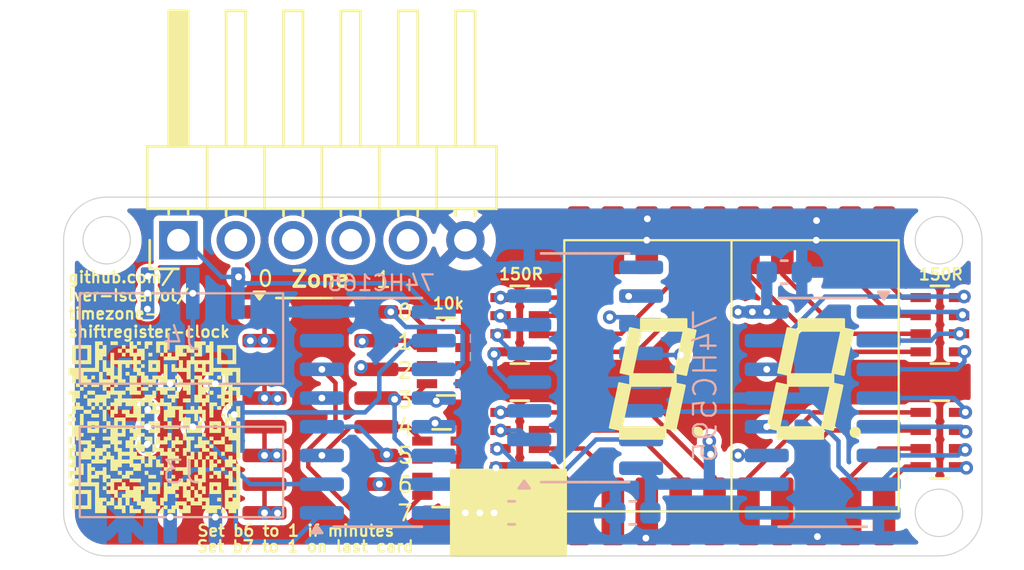
<source format=kicad_pcb>
(kicad_pcb (version 20241229) (generator "pcbnew") (generator_version "9.0")
  (layers (0 "F.Cu" signal) (4 "In1.Cu" signal) (6 "In2.Cu" signal) (2 "B.Cu" signal) (13 "F.Paste" user) (15 "B.Paste" user) (5 "F.SilkS" user "F.Silkscreen") (7 "B.SilkS" user "B.Silkscreen") (1 "F.Mask" user) (3 "B.Mask" user) (25 "Edge.Cuts" user))
  (net 0 "")
  (net 1 "VCC")
  (net 2 "GND")
  (net 3 "Net-(RN1-R4.2)")
  (net 4 "Net-(RN2-R3.2)")
  (net 5 "Net-(RN2-R2.2)")
  (net 6 "Net-(RN2-R4.2)")
  (net 7 "Net-(RN2-R1.2)")
  (net 8 "SIPO in")
  (net 9 "PISO out")
  (net 10 "PISO in")
  (net 11 "SIPO out")
  (net 15 "Net-(RN6-R1.2)")
  (net 16 "Net-(RN6-R2.2)")
  (net 17 "Net-(RN6-R4.2)")
  (net 18 "Net-(RN6-R3.2)")
  (net 19 "Net-(RN5-R2.2)")
  (net 20 "Net-(RN5-R1.2)")
  (net 21 "Net-(RN3-R4.2)")
  (net 22 "Net-(RN3-R2.2)")
  (net 23 "Net-(RN5-R3.2)")
  (net 24 "Net-(RN3-R3.2)")
  (net 25 "Net-(RN5-R4.2)")
  (net 26 "Net-(RN3-R1.2)")
  (net 27 "Net-(RN3-R1.1)")
  (net 28 "Net-(RN3-R2.1)")
  (net 29 "Net-(RN3-R3.1)")
  (net 30 "Net-(RN3-R4.1)")
  (net 31 "Net-(RN6-R3.1)")
  (net 32 "Net-(RN6-R4.1)")
  (net 33 "Net-(RN6-R2.1)")
  (net 34 "Net-(RN6-R1.1)")
  (net 35 "Net-(RN4-R4.2)")
  (net 36 "Net-(RN4-R3.2)")
  (net 37 "Net-(RN4-R1.2)")
  (net 38 "Net-(RN4-R2.2)")
  (net 39 "Net-(RN4-R4.1)")
  (net 40 "Net-(RN4-R2.1)")
  (net 41 "Net-(RN4-R3.1)")
  (net 42 "Net-(RN5-R1.1)")
  (net 43 "Net-(RN5-R3.1)")
  (net 44 "Net-(RN5-R2.1)")
  (net 45 "Net-(RN5-R4.1)")
  (net 46 "Clock")
  (net 47 "Shift{slash}load")
  (net 48 "Net-(RN1-R2.2)")
  (net 49 "Net-(RN1-R1.2)")
  (net 50 "Net-(RN1-R3.2)")
  (footprint "Package_SO:SOIC-16_3.9x9.9mm_P1.27mm" (layer "F.Cu") (at 213.295 103.505)
    (property "Reference" "Zone" (at 0 -5.9 0) (layer "F.SilkS") (effects (font (size 0.7 0.7))))
    (property "Value" "SW_DIP_x08")
    (pad "1" smd roundrect (at -2.475 -4.445) (size 1.95 0.6) (layers "F.Cu" "F.Mask" "F.Paste") (net 1 "VCC"))
    (pad "2" smd roundrect (at -2.475 -3.175) (size 1.95 0.6) (layers "F.Cu" "F.Mask" "F.Paste") (net 1 "VCC"))
    (pad "3" smd roundrect (at -2.475 -1.905) (size 1.95 0.6) (layers "F.Cu" "F.Mask" "F.Paste") (net 1 "VCC"))
    (pad "4" smd roundrect (at -2.475 -0.635) (size 1.95 0.6) (layers "F.Cu" "F.Mask" "F.Paste") (net 1 "VCC"))
    (pad "5" smd roundrect (at -2.475 0.635) (size 1.95 0.6) (layers "F.Cu" "F.Mask" "F.Paste") (net 1 "VCC"))
    (pad "6" smd roundrect (at -2.475 1.905) (size 1.95 0.6) (layers "F.Cu" "F.Mask" "F.Paste") (net 1 "VCC"))
    (pad "7" smd roundrect (at -2.475 3.175) (size 1.95 0.6) (layers "F.Cu" "F.Mask" "F.Paste") (net 1 "VCC"))
    (pad "8" smd roundrect (at -2.475 4.445) (size 1.95 0.6) (layers "F.Cu" "F.Mask" "F.Paste") (net 1 "VCC"))
    (pad "9" smd roundrect (at 2.475 4.445) (size 1.95 0.6) (layers "F.Cu" "F.Mask" "F.Paste") (net 49 "Net-(RN1-R1.2)"))
    (pad "10" smd roundrect (at 2.475 3.175) (size 1.95 0.6) (layers "F.Cu" "F.Mask" "F.Paste") (net 48 "Net-(RN1-R2.2)"))
    (pad "11" smd roundrect (at 2.475 1.905) (size 1.95 0.6) (layers "F.Cu" "F.Mask" "F.Paste") (net 50 "Net-(RN1-R3.2)"))
    (pad "12" smd roundrect (at 2.475 0.635) (size 1.95 0.6) (layers "F.Cu" "F.Mask" "F.Paste") (net 3 "Net-(RN1-R4.2)"))
    (pad "13" smd roundrect (at 2.475 -0.635) (size 1.95 0.6) (layers "F.Cu" "F.Mask" "F.Paste") (net 7 "Net-(RN2-R1.2)"))
    (pad "14" smd roundrect (at 2.475 -1.905) (size 1.95 0.6) (layers "F.Cu" "F.Mask" "F.Paste") (net 5 "Net-(RN2-R2.2)"))
    (pad "15" smd roundrect (at 2.475 -3.175) (size 1.95 0.6) (layers "F.Cu" "F.Mask" "F.Paste") (net 4 "Net-(RN2-R3.2)"))
    (pad "16" smd roundrect (at 2.475 -4.445) (size 1.95 0.6) (layers "F.Cu" "F.Mask" "F.Paste") (net 6 "Net-(RN2-R4.2)"))
  )
  (footprint "Resistor_SMD:R_Array_Concave_4x0603" (layer "F.Cu") (at 222.115 104.705)
    (property "Reference" "RN5" (hide yes))
    (property "Value" "R_Pack04")
    (pad "1" smd rect (at -0.85 -1.2) (size 0.9 0.4) (layers "F.Cu" "F.Mask" "F.Paste") (net 42 "Net-(RN5-R1.1)"))
    (pad "2" smd rect (at -0.85 -0.4) (size 0.9 0.4) (layers "F.Cu" "F.Mask" "F.Paste") (net 44 "Net-(RN5-R2.1)"))
    (pad "3" smd rect (at -0.85 0.4) (size 0.9 0.4) (layers "F.Cu" "F.Mask" "F.Paste") (net 43 "Net-(RN5-R3.1)"))
    (pad "4" smd rect (at -0.85 1.2) (size 0.9 0.4) (layers "F.Cu" "F.Mask" "F.Paste") (net 45 "Net-(RN5-R4.1)"))
    (pad "5" smd rect (at 0.85 1.2) (size 0.9 0.4) (layers "F.Cu" "F.Mask" "F.Paste") (net 25 "Net-(RN5-R4.2)"))
    (pad "6" smd rect (at 0.85 0.4) (size 0.9 0.4) (layers "F.Cu" "F.Mask" "F.Paste") (net 23 "Net-(RN5-R3.2)"))
    (pad "7" smd rect (at 0.85 -0.4) (size 0.9 0.4) (layers "F.Cu" "F.Mask" "F.Paste") (net 19 "Net-(RN5-R2.2)"))
    (pad "8" smd rect (at 0.85 -1.2) (size 0.9 0.4) (layers "F.Cu" "F.Mask" "F.Paste") (net 20 "Net-(RN5-R1.2)"))
  )
  (footprint "LOGO" (layer "F.Cu") (at 205.947841 104.162732)
    (property "Reference" "G***" (hide yes))
    (property "Value" "LOGO" (hide yes))
  )
  (footprint "Resistor_SMD:R_Array_Concave_4x0603" (layer "F.Cu") (at 240.705 104.705 180)
    (property "Reference" "RN6" (hide yes))
    (property "Value" "R_Pack04")
    (pad "1" smd rect (at -0.85 -1.2 180) (size 0.9 0.4) (layers "F.Cu" "F.Mask" "F.Paste") (net 34 "Net-(RN6-R1.1)"))
    (pad "2" smd rect (at -0.85 -0.4 180) (size 0.9 0.4) (layers "F.Cu" "F.Mask" "F.Paste") (net 33 "Net-(RN6-R2.1)"))
    (pad "3" smd rect (at -0.85 0.4 180) (size 0.9 0.4) (layers "F.Cu" "F.Mask" "F.Paste") (net 31 "Net-(RN6-R3.1)"))
    (pad "4" smd rect (at -0.85 1.2 180) (size 0.9 0.4) (layers "F.Cu" "F.Mask" "F.Paste") (net 32 "Net-(RN6-R4.1)"))
    (pad "5" smd rect (at 0.85 1.2 180) (size 0.9 0.4) (layers "F.Cu" "F.Mask" "F.Paste") (net 17 "Net-(RN6-R4.2)"))
    (pad "6" smd rect (at 0.85 0.4 180) (size 0.9 0.4) (layers "F.Cu" "F.Mask" "F.Paste") (net 18 "Net-(RN6-R3.2)"))
    (pad "7" smd rect (at 0.85 -0.4 180) (size 0.9 0.4) (layers "F.Cu" "F.Mask" "F.Paste") (net 16 "Net-(RN6-R2.2)"))
    (pad "8" smd rect (at 0.85 -1.2 180) (size 0.9 0.4) (layers "F.Cu" "F.Mask" "F.Paste") (net 15 "Net-(RN6-R1.2)"))
  )
  (footprint "timezoneClock:double digit 7 seg" (layer "F.Cu") (at 231.485 101.885)
    (property "Reference" "DIS1" (hide yes))
    (property "Value" "~")
    (pad "1" smd roundrect (at 6.75 6) (size 1 3) (layers "F.Cu" "F.Mask" "F.Paste") (roundrect_rratio 0.15) (net 15 "Net-(RN6-R1.2)"))
    (pad "2" smd roundrect (at 5.25 6) (size 1 3) (layers "F.Cu" "F.Mask" "F.Paste") (roundrect_rratio 0.15) (net 16 "Net-(RN6-R2.2)"))
    (pad "3" smd roundrect (at 3.75 6) (size 1 3) (layers "F.Cu" "F.Mask" "F.Paste") (roundrect_rratio 0.15) (net 2 "GND"))
    (pad "4" smd roundrect (at 2.25 6) (size 1 3) (layers "F.Cu" "F.Mask" "F.Paste") (roundrect_rratio 0.15) (net 18 "Net-(RN6-R3.2)"))
    (pad "5" smd roundrect (at 0.75 6) (size 1 3) (layers "F.Cu" "F.Mask" "F.Paste") (roundrect_rratio 0.15) (net 17 "Net-(RN6-R4.2)"))
    (pad "6" smd roundrect (at -0.75 6) (size 1 3) (layers "F.Cu" "F.Mask" "F.Paste") (roundrect_rratio 0.15) (net 20 "Net-(RN5-R1.2)"))
    (pad "7" smd roundrect (at -2.25 6) (size 1 3) (layers "F.Cu" "F.Mask" "F.Paste") (roundrect_rratio 0.15) (net 19 "Net-(RN5-R2.2)"))
    (pad "8" smd roundrect (at -3.75 6) (size 1 3) (layers "F.Cu" "F.Mask" "F.Paste") (roundrect_rratio 0.15) (net 2 "GND"))
    (pad "9" smd roundrect (at -5.25 6) (size 1 3) (layers "F.Cu" "F.Mask" "F.Paste") (roundrect_rratio 0.15) (net 23 "Net-(RN5-R3.2)"))
    (pad "10" smd roundrect (at -6.75 6) (size 1 3) (layers "F.Cu" "F.Mask" "F.Paste") (roundrect_rratio 0.15) (net 25 "Net-(RN5-R4.2)"))
    (pad "11" smd roundrect (at -6.75 -6) (size 1 3) (layers "F.Cu" "F.Mask" "F.Paste") (roundrect_rratio 0.15) (net 37 "Net-(RN4-R1.2)"))
    (pad "12" smd roundrect (at -5.25 -6) (size 1 3) (layers "F.Cu" "F.Mask" "F.Paste") (roundrect_rratio 0.15) (net 38 "Net-(RN4-R2.2)"))
    (pad "13" smd roundrect (at -3.75 -6) (size 1 3) (layers "F.Cu" "F.Mask" "F.Paste") (roundrect_rratio 0.15) (net 2 "GND"))
    (pad "14" smd roundrect (at -2.25 -6) (size 1 3) (layers "F.Cu" "F.Mask" "F.Paste") (roundrect_rratio 0.15) (net 36 "Net-(RN4-R3.2)"))
    (pad "15" smd roundrect (at -0.75 -6) (size 1 3) (layers "F.Cu" "F.Mask" "F.Paste") (roundrect_rratio 0.15) (net 35 "Net-(RN4-R4.2)"))
    (pad "16" smd roundrect (at 0.75 -6) (size 1 3) (layers "F.Cu" "F.Mask" "F.Paste") (roundrect_rratio 0.15) (net 26 "Net-(RN3-R1.2)"))
    (pad "17" smd roundrect (at 2.25 -6) (size 1 3) (layers "F.Cu" "F.Mask" "F.Paste") (roundrect_rratio 0.15) (net 22 "Net-(RN3-R2.2)"))
    (pad "18" smd roundrect (at 3.75 -6) (size 1 3) (layers "F.Cu" "F.Mask" "F.Paste") (roundrect_rratio 0.15) (net 2 "GND"))
    (pad "19" smd roundrect (at 5.25 -6) (size 1 3) (layers "F.Cu" "F.Mask" "F.Paste") (roundrect_rratio 0.15) (net 24 "Net-(RN3-R3.2)"))
    (pad "20" smd roundrect (at 6.75 -6) (size 1 3) (layers "F.Cu" "F.Mask" "F.Paste") (roundrect_rratio 0.15) (net 21 "Net-(RN3-R4.2)"))
  )
  (footprint "Connector_PinHeader_2.54mm:PinHeader_1x06_P2.54mm_Horizontal" (layer "F.Cu") (at 207.01 95.885 90)
    (property "Reference" "J1" (hide yes))
    (property "Value" "Conn_01x06_Pin")
    (pad "1" thru_hole rect (at 0 0 90) (size 1.7 1.7) (drill 1) (layers "*.Cu" "*.Mask") (net 9 "PISO out"))
    (pad "2" thru_hole circle (at 0 2.54 90) (size 1.7 1.7) (drill 1) (layers "*.Cu" "*.Mask") (net 8 "SIPO in"))
    (pad "3" thru_hole circle (at 0 5.08 90) (size 1.7 1.7) (drill 1) (layers "*.Cu" "*.Mask") (net 46 "Clock"))
    (pad "4" thru_hole circle (at 0 7.62 90) (size 1.7 1.7) (drill 1) (layers "*.Cu" "*.Mask") (net 47 "Shift{slash}load"))
    (pad "5" thru_hole circle (at 0 10.16 90) (size 1.7 1.7) (drill 1) (layers "*.Cu" "*.Mask") (net 1 "VCC"))
    (pad "6" thru_hole circle (at 0 12.7 90) (size 1.7 1.7) (drill 1) (layers "*.Cu" "*.Mask") (net 2 "GND"))
  )
  (footprint "Resistor_SMD:R_Array_Concave_4x0603" (layer "F.Cu") (at 218.655 105.975 180)
    (property "Reference" "RN1" (hide yes))
    (property "Value" "R_Pack04")
    (pad "1" smd rect (at -0.85 -1.2 180) (size 0.9 0.4) (layers "F.Cu" "F.Mask" "F.Paste") (net 2 "GND"))
    (pad "2" smd rect (at -0.85 -0.4 180) (size 0.9 0.4) (layers "F.Cu" "F.Mask" "F.Paste") (net 2 "GND"))
    (pad "3" smd rect (at -0.85 0.4 180) (size 0.9 0.4) (layers "F.Cu" "F.Mask" "F.Paste") (net 2 "GND"))
    (pad "4" smd rect (at -0.85 1.2 180) (size 0.9 0.4) (layers "F.Cu" "F.Mask" "F.Paste") (net 2 "GND"))
    (pad "5" smd rect (at 0.85 1.2 180) (size 0.9 0.4) (layers "F.Cu" "F.Mask" "F.Paste") (net 3 "Net-(RN1-R4.2)"))
    (pad "6" smd rect (at 0.85 0.4 180) (size 0.9 0.4) (layers "F.Cu" "F.Mask" "F.Paste") (net 50 "Net-(RN1-R3.2)"))
    (pad "7" smd rect (at 0.85 -0.4 180) (size 0.9 0.4) (layers "F.Cu" "F.Mask" "F.Paste") (net 48 "Net-(RN1-R2.2)"))
    (pad "8" smd rect (at 0.85 -1.2 180) (size 0.9 0.4) (layers "F.Cu" "F.Mask" "F.Paste") (net 49 "Net-(RN1-R1.2)"))
  )
  (footprint "Resistor_SMD:R_Array_Concave_4x0603" (layer "F.Cu") (at 222.115 99.625)
    (property "Reference" "RN4" (hide yes))
    (property "Value" "R_Pack04")
    (pad "1" smd rect (at -0.85 -1.2) (size 0.9 0.4) (layers "F.Cu" "F.Mask" "F.Paste") (net 11 "SIPO out"))
    (pad "2" smd rect (at -0.85 -0.4) (size 0.9 0.4) (layers "F.Cu" "F.Mask" "F.Paste") (net 40 "Net-(RN4-R2.1)"))
    (pad "3" smd rect (at -0.85 0.4) (size 0.9 0.4) (layers "F.Cu" "F.Mask" "F.Paste") (net 41 "Net-(RN4-R3.1)"))
    (pad "4" smd rect (at -0.85 1.2) (size 0.9 0.4) (layers "F.Cu" "F.Mask" "F.Paste") (net 39 "Net-(RN4-R4.1)"))
    (pad "5" smd rect (at 0.85 1.2) (size 0.9 0.4) (layers "F.Cu" "F.Mask" "F.Paste") (net 35 "Net-(RN4-R4.2)"))
    (pad "6" smd rect (at 0.85 0.4) (size 0.9 0.4) (layers "F.Cu" "F.Mask" "F.Paste") (net 36 "Net-(RN4-R3.2)"))
    (pad "7" smd rect (at 0.85 -0.4) (size 0.9 0.4) (layers "F.Cu" "F.Mask" "F.Paste") (net 38 "Net-(RN4-R2.2)"))
    (pad "8" smd rect (at 0.85 -1.2) (size 0.9 0.4) (layers "F.Cu" "F.Mask" "F.Paste") (net 37 "Net-(RN4-R1.2)"))
  )
  (footprint "Resistor_SMD:R_Array_Concave_4x0603" (layer "F.Cu") (at 218.86 101.035 180)
    (property "Reference" "RN2" (hide yes))
    (property "Value" "R_Pack04")
    (pad "1" smd rect (at -0.85 -1.2 180) (size 0.9 0.4) (layers "F.Cu" "F.Mask" "F.Paste") (net 2 "GND"))
    (pad "2" smd rect (at -0.85 -0.4 180) (size 0.9 0.4) (layers "F.Cu" "F.Mask" "F.Paste") (net 2 "GND"))
    (pad "3" smd rect (at -0.85 0.4 180) (size 0.9 0.4) (layers "F.Cu" "F.Mask" "F.Paste") (net 2 "GND"))
    (pad "4" smd rect (at -0.85 1.2 180) (size 0.9 0.4) (layers "F.Cu" "F.Mask" "F.Paste") (net 2 "GND"))
    (pad "5" smd rect (at 0.85 1.2 180) (size 0.9 0.4) (layers "F.Cu" "F.Mask" "F.Paste") (net 6 "Net-(RN2-R4.2)"))
    (pad "6" smd rect (at 0.85 0.4 180) (size 0.9 0.4) (layers "F.Cu" "F.Mask" "F.Paste") (net 4 "Net-(RN2-R3.2)"))
    (pad "7" smd rect (at 0.85 -0.4 180) (size 0.9 0.4) (layers "F.Cu" "F.Mask" "F.Paste") (net 5 "Net-(RN2-R2.2)"))
    (pad "8" smd rect (at 0.85 -1.2 180) (size 0.9 0.4) (layers "F.Cu" "F.Mask" "F.Paste") (net 7 "Net-(RN2-R1.2)"))
  )
  (footprint "Resistor_SMD:R_Array_Concave_4x0603" (layer "F.Cu") (at 240.705 99.625 180)
    (property "Reference" "RN3" (hide yes))
    (property "Value" "R_Pack04")
    (pad "1" smd rect (at -0.85 -1.2 180) (size 0.9 0.4) (layers "F.Cu" "F.Mask" "F.Paste") (net 27 "Net-(RN3-R1.1)"))
    (pad "2" smd rect (at -0.85 -0.4 180) (size 0.9 0.4) (layers "F.Cu" "F.Mask" "F.Paste") (net 28 "Net-(RN3-R2.1)"))
    (pad "3" smd rect (at -0.85 0.4 180) (size 0.9 0.4) (layers "F.Cu" "F.Mask" "F.Paste") (net 29 "Net-(RN3-R3.1)"))
    (pad "4" smd rect (at -0.85 1.2 180) (size 0.9 0.4) (layers "F.Cu" "F.Mask" "F.Paste") (net 30 "Net-(RN3-R4.1)"))
    (pad "5" smd rect (at 0.85 1.2 180) (size 0.9 0.4) (layers "F.Cu" "F.Mask" "F.Paste") (net 21 "Net-(RN3-R4.2)"))
    (pad "6" smd rect (at 0.85 0.4 180) (size 0.9 0.4) (layers "F.Cu" "F.Mask" "F.Paste") (net 24 "Net-(RN3-R3.2)"))
    (pad "7" smd rect (at 0.85 -0.4 180) (size 0.9 0.4) (layers "F.Cu" "F.Mask" "F.Paste") (net 22 "Net-(RN3-R2.2)"))
    (pad "8" smd rect (at 0.85 -1.2 180) (size 0.9 0.4) (layers "F.Cu" "F.Mask" "F.Paste") (net 26 "Net-(RN3-R1.2)"))
  )
  (footprint "Capacitor_SMD:C_0603_1608Metric" (layer "B.Cu") (at 221.755 107.95 180)
    (property "Reference" "C3" (hide yes))
    (property "Value" "100nf")
    (pad "1" smd roundrect (at -0.775 0 180) (size 0.9 0.95) (layers "B.Cu" "B.Mask" "B.Paste") (net 2 "GND"))
    (pad "2" smd roundrect (at 0.775 0 180) (size 0.9 0.95) (layers "B.Cu" "B.Mask" "B.Paste") (net 1 "VCC"))
  )
  (footprint "Package_SO:SOIC-16_3.9x9.9mm_P1.27mm" (layer "B.Cu") (at 225.01 101.53)
    (property "Reference" "U2" (hide yes))
    (property "Value" "74HC595")
    (pad "1" smd roundrect (at -2.475 4.445) (size 1.95 0.6) (layers "B.Cu" "B.Mask" "B.Paste") (net 43 "Net-(RN5-R3.1)"))
    (pad "2" smd roundrect (at -2.475 3.175) (size 1.95 0.6) (layers "B.Cu" "B.Mask" "B.Paste") (net 44 "Net-(RN5-R2.1)"))
    (pad "3" smd roundrect (at -2.475 1.905) (size 1.95 0.6) (layers "B.Cu" "B.Mask" "B.Paste") (net 42 "Net-(RN5-R1.1)"))
    (pad "4" smd roundrect (at -2.475 0.635) (size 1.95 0.6) (layers "B.Cu" "B.Mask" "B.Paste") (net 39 "Net-(RN4-R4.1)"))
    (pad "5" smd roundrect (at -2.475 -0.635) (size 1.95 0.6) (layers "B.Cu" "B.Mask" "B.Paste") (net 41 "Net-(RN4-R3.1)"))
    (pad "6" smd roundrect (at -2.475 -1.905) (size 1.95 0.6) (layers "B.Cu" "B.Mask" "B.Paste") (net 40 "Net-(RN4-R2.1)"))
    (pad "7" smd roundrect (at -2.475 -3.175) (size 1.95 0.6) (layers "B.Cu" "B.Mask" "B.Paste") (net 11 "SIPO out"))
    (pad "8" smd roundrect (at -2.475 -4.445) (size 1.95 0.6) (layers "B.Cu" "B.Mask" "B.Paste") (net 2 "GND"))
    (pad "9" smd roundrect (at 2.475 -4.445) (size 1.95 0.6) (layers "B.Cu" "B.Mask" "B.Paste"))
    (pad "10" smd roundrect (at 2.475 -3.175) (size 1.95 0.6) (layers "B.Cu" "B.Mask" "B.Paste") (net 1 "VCC"))
    (pad "11" smd roundrect (at 2.475 -1.905) (size 1.95 0.6) (layers "B.Cu" "B.Mask" "B.Paste") (net 46 "Clock"))
    (pad "12" smd roundrect (at 2.475 -0.635) (size 1.95 0.6) (layers "B.Cu" "B.Mask" "B.Paste") (net 47 "Shift{slash}load"))
    (pad "13" smd roundrect (at 2.475 0.635) (size 1.95 0.6) (layers "B.Cu" "B.Mask" "B.Paste") (net 2 "GND"))
    (pad "14" smd roundrect (at 2.475 1.905) (size 1.95 0.6) (layers "B.Cu" "B.Mask" "B.Paste") (net 34 "Net-(RN6-R1.1)"))
    (pad "15" smd roundrect (at 2.475 3.175) (size 1.95 0.6) (layers "B.Cu" "B.Mask" "B.Paste") (net 45 "Net-(RN5-R4.1)"))
    (pad "16" smd roundrect (at 2.475 4.445) (size 1.95 0.6) (layers "B.Cu" "B.Mask" "B.Paste") (net 1 "VCC"))
  )
  (footprint "Package_SO:SOIC-16_3.9x9.9mm_P1.27mm" (layer "B.Cu") (at 235.52 103.505 180)
    (property "Reference" "U1" (hide yes))
    (property "Value" "74HC595")
    (pad "1" smd roundrect (at -2.475 4.445 180) (size 1.95 0.6) (layers "B.Cu" "B.Mask" "B.Paste") (net 29 "Net-(RN3-R3.1)"))
    (pad "2" smd roundrect (at -2.475 3.175 180) (size 1.95 0.6) (layers "B.Cu" "B.Mask" "B.Paste") (net 28 "Net-(RN3-R2.1)"))
    (pad "3" smd roundrect (at -2.475 1.905 180) (size 1.95 0.6) (layers "B.Cu" "B.Mask" "B.Paste") (net 27 "Net-(RN3-R1.1)"))
    (pad "4" smd roundrect (at -2.475 0.635 180) (size 1.95 0.6) (layers "B.Cu" "B.Mask" "B.Paste") (net 32 "Net-(RN6-R4.1)"))
    (pad "5" smd roundrect (at -2.475 -0.635 180) (size 1.95 0.6) (layers "B.Cu" "B.Mask" "B.Paste") (net 31 "Net-(RN6-R3.1)"))
    (pad "6" smd roundrect (at -2.475 -1.905 180) (size 1.95 0.6) (layers "B.Cu" "B.Mask" "B.Paste") (net 33 "Net-(RN6-R2.1)"))
    (pad "7" smd roundrect (at -2.475 -3.175 180) (size 1.95 0.6) (layers "B.Cu" "B.Mask" "B.Paste") (net 34 "Net-(RN6-R1.1)"))
    (pad "8" smd roundrect (at -2.475 -4.445 180) (size 1.95 0.6) (layers "B.Cu" "B.Mask" "B.Paste") (net 2 "GND"))
    (pad "9" smd roundrect (at 2.475 -4.445 180) (size 1.95 0.6) (layers "B.Cu" "B.Mask" "B.Paste"))
    (pad "10" smd roundrect (at 2.475 -3.175 180) (size 1.95 0.6) (layers "B.Cu" "B.Mask" "B.Paste") (net 1 "VCC"))
    (pad "11" smd roundrect (at 2.475 -1.905 180) (size 1.95 0.6) (layers "B.Cu" "B.Mask" "B.Paste") (net 46 "Clock"))
    (pad "12" smd roundrect (at 2.475 -0.635 180) (size 1.95 0.6) (layers "B.Cu" "B.Mask" "B.Paste") (net 47 "Shift{slash}load"))
    (pad "13" smd roundrect (at 2.475 0.635 180) (size 1.95 0.6) (layers "B.Cu" "B.Mask" "B.Paste") (net 2 "GND"))
    (pad "14" smd roundrect (at 2.475 1.905 180) (size 1.95 0.6) (layers "B.Cu" "B.Mask" "B.Paste") (net 8 "SIPO in"))
    (pad "15" smd roundrect (at 2.475 3.175 180) (size 1.95 0.6) (layers "B.Cu" "B.Mask" "B.Paste") (net 30 "Net-(RN3-R4.1)"))
    (pad "16" smd roundrect (at 2.475 4.445 180) (size 1.95 0.6) (layers "B.Cu" "B.Mask" "B.Paste") (net 1 "VCC"))
  )
  (footprint "Capacitor_SMD:C_0603_1608Metric" (layer "B.Cu") (at 233.82 97.300684 180)
    (property "Reference" "C1" (hide yes))
    (property "Value" "100nf")
    (pad "1" smd roundrect (at -0.775 0 180) (size 0.9 0.95) (layers "B.Cu" "B.Mask" "B.Paste") (net 2 "GND"))
    (pad "2" smd roundrect (at 0.775 0 180) (size 0.9 0.95) (layers "B.Cu" "B.Mask" "B.Paste") (net 1 "VCC"))
  )
  (footprint "timezoneClock:flatcable conn 6" (layer "B.Cu") (at 207.145 106.14 180)
    (property "Reference" "J3" (at 0 0 0) (layer "B.SilkS") (effects (font (thickness 0.1)) (justify mirror)))
    (property "Value" "Conn_01x06_Socket")
    (pad "1" smd roundrect (at -2.5 2 180) (size 0.6 2.3) (layers "B.Cu" "B.Mask" "B.Paste") (roundrect_rratio 0.15) (net 10 "PISO in"))
    (pad "2" smd roundrect (at -1.5 -2 180) (size 0.6 2.3) (layers "B.Cu" "B.Mask" "B.Paste") (roundrect_rratio 0.15) (net 11 "SIPO out"))
    (pad "3" smd roundrect (at -0.5 2 180) (size 0.6 2.3) (layers "B.Cu" "B.Mask" "B.Paste") (roundrect_rratio 0.15) (net 46 "Clock"))
    (pad "4" smd roundrect (at 0.5 -2 180) (size 0.6 2.3) (layers "B.Cu" "B.Mask" "B.Paste") (roundrect_rratio 0.15) (net 47 "Shift{slash}load"))
    (pad "5" smd roundrect (at 1.5 2 180) (size 0.6 2.3) (layers "B.Cu" "B.Mask" "B.Paste") (roundrect_rratio 0.15) (net 1 "VCC"))
    (pad "6" smd roundrect (at 2.5 -2 180) (size 0.6 2.3) (layers "B.Cu" "B.Mask" "B.Paste") (roundrect_rratio 0.15) (net 2 "GND"))
  )
  (footprint "Package_SO:SOIC-16_3.9x9.9mm_P1.27mm" (layer "B.Cu") (at 215.835 103.505)
    (property "Reference" "U3" (hide yes))
    (property "Value" "74HC165")
    (pad "1" smd roundrect (at -2.475 4.445) (size 1.95 0.6) (layers "B.Cu" "B.Mask" "B.Paste") (net 47 "Shift{slash}load"))
    (pad "2" smd roundrect (at -2.475 3.175) (size 1.95 0.6) (layers "B.Cu" "B.Mask" "B.Paste") (net 46 "Clock"))
    (pad "3" smd roundrect (at -2.475 1.905) (size 1.95 0.6) (layers "B.Cu" "B.Mask" "B.Paste") (net 3 "Net-(RN1-R4.2)"))
    (pad "4" smd roundrect (at -2.475 0.635) (size 1.95 0.6) (layers "B.Cu" "B.Mask" "B.Paste") (net 50 "Net-(RN1-R3.2)"))
    (pad "5" smd roundrect (at -2.475 -0.635) (size 1.95 0.6) (layers "B.Cu" "B.Mask" "B.Paste") (net 48 "Net-(RN1-R2.2)"))
    (pad "6" smd roundrect (at -2.475 -1.905) (size 1.95 0.6) (layers "B.Cu" "B.Mask" "B.Paste") (net 49 "Net-(RN1-R1.2)"))
    (pad "7" smd roundrect (at -2.475 -3.175) (size 1.95 0.6) (layers "B.Cu" "B.Mask" "B.Paste"))
    (pad "8" smd roundrect (at -2.475 -4.445) (size 1.95 0.6) (layers "B.Cu" "B.Mask" "B.Paste") (net 2 "GND"))
    (pad "9" smd roundrect (at 2.475 -4.445) (size 1.95 0.6) (layers "B.Cu" "B.Mask" "B.Paste") (net 9 "PISO out"))
    (pad "10" smd roundrect (at 2.475 -3.175) (size 1.95 0.6) (layers "B.Cu" "B.Mask" "B.Paste") (net 10 "PISO in"))
    (pad "11" smd roundrect (at 2.475 -1.905) (size 1.95 0.6) (layers "B.Cu" "B.Mask" "B.Paste") (net 6 "Net-(RN2-R4.2)"))
    (pad "12" smd roundrect (at 2.475 -0.635) (size 1.95 0.6) (layers "B.Cu" "B.Mask" "B.Paste") (net 4 "Net-(RN2-R3.2)"))
    (pad "13" smd roundrect (at 2.475 0.635) (size 1.95 0.6) (layers "B.Cu" "B.Mask" "B.Paste") (net 5 "Net-(RN2-R2.2)"))
    (pad "14" smd roundrect (at 2.475 1.905) (size 1.95 0.6) (layers "B.Cu" "B.Mask" "B.Paste") (net 7 "Net-(RN2-R1.2)"))
    (pad "15" smd roundrect (at 2.475 3.175) (size 1.95 0.6) (layers "B.Cu" "B.Mask" "B.Paste") (net 2 "GND"))
    (pad "16" smd roundrect (at 2.475 4.445) (size 1.95 0.6) (layers "B.Cu" "B.Mask" "B.Paste") (net 1 "VCC"))
  )
  (footprint "timezoneClock:flatcable conn 6" (layer "B.Cu") (at 207.145 100.235 180)
    (property "Reference" "J4" (at 0 0 0) (layer "B.SilkS") (effects (font (thickness 0.1)) (justify mirror)))
    (property "Value" "Conn_01x06_Socket")
    (pad "1" smd roundrect (at -2.5 2 180) (size 0.6 2.3) (layers "B.Cu" "B.Mask" "B.Paste") (roundrect_rratio 0.15) (net 9 "PISO out"))
    (pad "2" smd roundrect (at -1.5 -2 180) (size 0.6 2.3) (layers "B.Cu" "B.Mask" "B.Paste") (roundrect_rratio 0.15) (net 8 "SIPO in"))
    (pad "3" smd roundrect (at -0.5 2 180) (size 0.6 2.3) (layers "B.Cu" "B.Mask" "B.Paste") (roundrect_rratio 0.15) (net 46 "Clock"))
    (pad "4" smd roundrect (at 0.5 -2 180) (size 0.6 2.3) (layers "B.Cu" "B.Mask" "B.Paste") (roundrect_rratio 0.15) (net 47 "Shift{slash}load"))
    (pad "5" smd roundrect (at 1.5 2 180) (size 0.6 2.3) (layers "B.Cu" "B.Mask" "B.Paste") (roundrect_rratio 0.15) (net 1 "VCC"))
    (pad "6" smd roundrect (at 2.5 -2 180) (size 0.6 2.3) (layers "B.Cu" "B.Mask" "B.Paste") (roundrect_rratio 0.15) (net 2 "GND"))
  )
  (footprint "Capacitor_SMD:C_0603_1608Metric" (layer "B.Cu") (at 227.12 107.95)
    (property "Reference" "C2" (hide yes))
    (property "Value" "100nf")
    (pad "1" smd roundrect (at -0.775 0) (size 0.9 0.95) (layers "B.Cu" "B.Mask" "B.Paste") (net 2 "GND"))
    (pad "2" smd roundrect (at 0.775 0) (size 0.9 0.95) (layers "B.Cu" "B.Mask" "B.Paste") (net 1 "VCC"))
  )
  (gr_rect (start 219.075 106.045) (end 224.155 109.855) (stroke (width 0.1)) (fill yes) (layer "F.SilkS"))
  (gr_arc (start 201.93 95.885) (mid 202.487962 94.537962) (end 203.835 93.98) (stroke (width 0.05)) (layer "Edge.Cuts"))
  (gr_circle (center 240.665 107.95) (end 241.715 107.95) (stroke (width 0.05)) (fill no) (layer "Edge.Cuts"))
  (gr_line (start 240.665 109.855) (end 203.835 109.855) (stroke (width 0.05)) (layer "Edge.Cuts"))
  (gr_line (start 242.57 95.885) (end 242.57 107.95) (stroke (width 0.05)) (layer "Edge.Cuts"))
  (gr_arc (start 240.665 93.98) (mid 242.012038 94.537962) (end 242.57 95.885) (stroke (width 0.05)) (layer "Edge.Cuts"))
  (gr_circle (center 240.665 95.885) (end 241.715 95.885) (stroke (width 0.05)) (fill no) (layer "Edge.Cuts"))
  (gr_line (start 201.930001 107.949999) (end 201.93 95.885) (stroke (width 0.05)) (layer "Edge.Cuts"))
  (gr_circle (center 203.835 95.885) (end 204.885 95.885) (stroke (width 0.05)) (fill no) (layer "Edge.Cuts"))
  (gr_line (start 203.835 93.98) (end 240.665 93.98) (stroke (width 0.05)) (layer "Edge.Cuts"))
  (gr_arc (start 203.835 109.855) (mid 202.487962 109.297038) (end 201.93 107.95) (stroke (width 0.05)) (layer "Edge.Cuts"))
  (gr_arc (start 242.57 107.95) (mid 242.012038 109.297038) (end 240.665 109.855) (stroke (width 0.05)) (layer "Edge.Cuts"))
  (gr_text "5" (at 216.647644 105.821581 0) (layer "F.SilkS") (effects (font (size 0.7 0.7) (thickness 0.1)) (justify left bottom)))
  (gr_text "0" (at 210.459991 97.998535 0) (layer "F.SilkS") (effects (font (size 0.7 0.7) (thickness 0.1)) (justify left bottom)))
  (gr_text "150R" (at 239.719928 97.69283 0) (layer "F.SilkS") (effects (font (size 0.5 0.5) (thickness 0.1)) (justify left bottom)))
  (gr_text "7" (at 216.637008 108.370618 0) (layer "F.SilkS") (effects (font (size 0.7 0.7) (thickness 0.1)) (justify left bottom)))
  (gr_text "2" (at 216.633107 102.063515 0) (layer "F.SilkS") (effects (font (size 0.7 0.7) (thickness 0.1)) (justify left bottom)))
  (gr_text "Set b7 to 1 on last card" (at 207.772 109.728 0) (layer "F.SilkS") (effects (font (size 0.5 0.5) (thickness 0.1)) (justify left bottom)))
  (gr_text "10k" (at 218.213603 98.976956 0) (layer "F.SilkS") (effects (font (size 0.5 0.5) (thickness 0.1)) (justify left bottom)))
  (gr_text "4" (at 216.647644 104.568771 0) (layer "F.SilkS") (effects (font (size 0.7 0.7) (thickness 0.1)) (justify left bottom)))
  (gr_text "6" (at 216.643743 107.111074 0) (layer "F.SilkS") (effects (font (size 0.7 0.7) (thickness 0.1)) (justify left bottom)))
  (gr_text "1" (at 216.633107 100.780396 0) (layer "F.SilkS") (effects (font (size 0.7 0.7) (thickness 0.1)) (justify left bottom)))
  (gr_text "150R" (at 221.146086 97.681208 0) (layer "F.SilkS") (effects (font (size 0.5 0.5) (thickness 0.1)) (justify left bottom)))
  (gr_text "github.com/\nIver-Iscariot/\ntimezone-\nshiftregister-clock" (at 202.083328 100.230022 0) (layer "F.SilkS") (effects (font (size 0.5 0.5) (thickness 0.1)) (justify left bottom)))
  (gr_text "1" (at 215.688449 98.044 0) (layer "F.SilkS") (effects (font (size 0.7 0.7) (thickness 0.1)) (justify left bottom)))
  (gr_text "Set b6 to 1 if minutes" (at 207.797514 109.032108 0) (layer "F.SilkS") (effects (font (size 0.5 0.5) (thickness 0.1)) (justify left bottom)))
  (gr_text "3" (at 216.63754 103.366479 0) (layer "F.SilkS") (effects (font (size 0.7 0.7) (thickness 0.1)) (justify left bottom)))
  (gr_text "0" (at 216.642283 99.476142 0) (layer "F.SilkS") (effects (font (size 0.7 0.7) (thickness 0.1)) (justify left bottom)))
  (gr_text "74HC595" (at 230.908965 98.867932 90) (layer "B.SilkS") (effects (font (size 1 1) (thickness 0.1)) (justify left bottom mirror)))
  (gr_text "74HC165" (at 218.428864 98.185959 0) (layer "B.SilkS") (effects (font (size 0.7 0.7) (thickness 0.1)) (justify left bottom mirror)))
  (segment (start 210.82 105.41) (end 210.82 104.14) (width 0.2) (layer "F.Cu") (net 1))
  (segment (start 210.82 100.33) (end 210.82 99.06) (width 0.2) (layer "F.Cu") (net 1))
  (segment (start 210.82 107.95) (end 210.82 106.68) (width 0.2) (layer "F.Cu") (net 1))
  (segment (start 210.82 102.87) (end 210.82 101.6) (width 0.2) (layer "F.Cu") (net 1))
  (via (at 230.556764 105.358236) (size 0.6) (drill 0.3) (layers "F.Cu" "B.Cu") (net 1))
  (via (at 220.345 107.95) (size 0.6) (drill 0.3) (layers "F.Cu" "B.Cu") (net 1))
  (via (at 233.045 99.06) (size 0.6) (drill 0.3) (layers "F.Cu" "B.Cu") (net 1))
  (via (at 210.82 107.95) (size 0.6) (drill 0.3) (layers "F.Cu" "B.Cu") (net 1))
  (via (at 220.98 107.95) (size 0.6) (drill 0.3) (layers "F.Cu" "B.Cu") (net 1))
  (via (at 205.638966 104.902975) (size 0.6) (drill 0.3) (layers "F.Cu" "B.Cu") (net 1))
  (via (at 226.934011 98.367396) (size 0.6) (drill 0.3) (layers "F.Cu" "B.Cu") (net 1))
  (via (at 210.193595 100.333719) (size 0.6) (drill 0.3) (layers "F.Cu" "B.Cu") (net 1))
  (via (at 232.41 99.06) (size 0.6) (drill 0.3) (layers "F.Cu" "B.Cu") (net 1))
  (via (at 205.645 98.235) (size 0.6) (drill 0.3) (layers "F.Cu" "B.Cu") (net 1))
  (via (at 205.638966 98.93318) (size 0.6) (drill 0.3) (layers "F.Cu" "B.Cu") (net 1))
  (via (at 219.71 107.95) (size 0.6) (drill 0.3) (layers "F.Cu" "B.Cu") (net 1))
  (via (at 211.399255 102.893222) (size 0.6) (drill 0.3) (layers "F.Cu" "B.Cu") (net 1))
  (via (at 210.82 102.87) (size 0.6) (drill 0.3) (layers "F.Cu" "B.Cu") (net 1))
  (via (at 211.365578 105.396528) (size 0.6) (drill 0.3) (layers "F.Cu" "B.Cu") (net 1))
  (via (at 210.82 105.41) (size 0.6) (drill 0.3) (layers "F.Cu" "B.Cu") (net 1))
  (via (at 205.669276 97.478305) (size 0.6) (drill 0.3) (layers "F.Cu" "B.Cu") (net 1))
  (via (at 205.645 104.14) (size 0.6) (drill 0.3) (layers "F.Cu" "B.Cu") (net 1))
  (via (at 210.82 100.33) (size 0.6) (drill 0.3) (layers "F.Cu" "B.Cu") (net 1))
  (via (at 211.396625 107.961611) (size 0.6) (drill 0.3) (layers "F.Cu" "B.Cu") (net 1))
  (via (at 231.775 99.06) (size 0.6) (drill 0.3) (layers "F.Cu" "B.Cu") (net 1))
  (via (at 230.505 104.775) (size 0.6) (drill 0.3) (layers "F.Cu" "B.Cu") (net 1))
  (via (at 205.652438 103.374009) (size 0.6) (drill 0.3) (layers "F.Cu" "B.Cu") (net 1))
  (segment (start 230.505 105.306472) (end 230.505 104.775) (width 0.5) (layer "B.Cu") (net 1))
  (segment (start 233.045 97.300684) (end 233.045 99.06) (width 0.5) (layer "B.Cu") (net 1))
  (segment (start 227.485 105.975) (end 227.895 105.975) (width 0.5) (layer "B.Cu") (net 1))
  (segment (start 230.505 105.41) (end 230.505 106.68) (width 0.5) (layer "B.Cu") (net 1))
  (segment (start 227.965 106.045) (end 227.895 106.115) (width 0.5) (layer "B.Cu") (net 1))
  (segment (start 227.895 106.115) (end 227.895 107.95) (width 0.5) (layer "B.Cu") (net 1))
  (segment (start 230.505 106.68) (end 228.19 106.68) (width 0.5) (layer "B.Cu") (net 1))
  (segment (start 230.556764 105.358236) (end 230.505 105.41) (width 0.5) (layer "B.Cu") (net 1))
  (segment (start 220.345 107.95) (end 219.71 107.95) (width 0.5) (layer "B.Cu") (net 1))
  (segment (start 228.19 106.68) (end 227.485 105.975) (width 0.5) (layer "B.Cu") (net 1))
  (segment (start 227.895 105.975) (end 227.965 106.045) (width 0.5) (layer "B.Cu") (net 1))
  (segment (start 230.556764 105.358236) (end 230.505 105.306472) (width 0.5) (layer "B.Cu") (net 1))
  (segment (start 233.045 106.68) (end 230.505 106.68) (width 0.5) (layer "B.Cu") (net 1))
  (segment (start 220.98 107.95) (end 220.345 107.95) (width 0.5) (layer "B.Cu") (net 1))
  (segment (start 219.71 107.95) (end 218.31 107.95) (width 0.5) (layer "B.Cu") (net 1))
  (segment (start 233.045 99.06) (end 231.775 99.06) (width 0.5) (layer "B.Cu") (net 1))
  (via (at 235.235 95.885) (size 0.6) (drill 0.3) (layers "F.Cu" "B.Cu") (net 2))
  (via (at 227.735 95.885) (size 0.6) (drill 0.3) (layers "F.Cu" "B.Cu") (net 2))
  (via (at 227.695226 109.068412) (size 0.6) (drill 0.3) (layers "F.Cu" "B.Cu") (net 2))
  (via (at 227.761953 94.939361) (size 0.6) (drill 0.3) (layers "F.Cu" "B.Cu") (net 2))
  (via (at 235.287856 109.000215) (size 0.6) (drill 0.3) (layers "F.Cu" "B.Cu") (net 2))
  (via (at 235.248499 95.015136) (size 0.6) (drill 0.3) (layers "F.Cu" "B.Cu") (net 2))
  (segment (start 215.77 104.14) (end 214.63 104.14) (width 0.2) (layer "F.Cu") (net 3))
  (segment (start 217.17 104.14) (end 217.805 104.775) (width 0.2) (layer "F.Cu") (net 3))
  (segment (start 214.63 104.14) (end 213.36 105.41) (width 0.2) (layer "F.Cu") (net 3))
  (segment (start 215.77 104.14) (end 217.17 104.14) (width 0.2) (layer "F.Cu") (net 3))
  (via (at 213.36 105.41) (size 0.6) (drill 0.3) (layers "F.Cu" "B.Cu") (net 3))
  (segment (start 217.17 100.33) (end 215.77 100.33) (width 0.2) (layer "F.Cu") (net 4))
  (segment (start 218.01 100.635) (end 217.475 100.635) (width 0.2) (layer "F.Cu") (net 4))
  (segment (start 217.475 100.635) (end 217.17 100.33) (width 0.2) (layer "F.Cu") (net 4))
  (via (at 218.419793 102.996024) (size 0.6) (drill 0.3) (layers "F.Cu" "B.Cu") (net 4))
  (via (at 215.143489 100.361727) (size 0.6) (drill 0.3) (layers "F.Cu" "B.Cu") (net 4))
  (segment (start 215.77 101.6) (end 217.845 101.6) (width 0.2) (layer "F.Cu") (net 5))
  (segment (start 217.845 101.6) (end 218.01 101.435) (width 0.2) (layer "F.Cu") (net 5))
  (via (at 218.365909 103.978347) (size 0.6) (drill 0.3) (layers "F.Cu" "B.Cu") (net 5))
  (via (at 215.091735 101.491698) (size 0.6) (drill 0.3) (layers "F.Cu" "B.Cu") (net 5))
  (segment (start 217.235 99.06) (end 218.01 99.835) (width 0.2) (layer "F.Cu") (net 6))
  (segment (start 215.77 99.06) (end 217.235 99.06) (width 0.2) (layer "F.Cu") (net 6))
  (via (at 216.408 99.06) (size 0.6) (drill 0.3) (layers "F.Cu" "B.Cu") (net 6))
  (segment (start 219.325968 99.729) (end 217.077 99.729) (width 0.2) (layer "B.Cu") (net 6))
  (segment (start 217.077 99.729) (end 216.408 99.06) (width 0.2) (layer "B.Cu") (net 6))
  (segment (start 219.586 101.298999) (end 219.586 99.989032) (width 0.2) (layer "B.Cu") (net 6))
  (segment (start 218.31 101.6) (end 219.284999 101.6) (width 0.2) (layer "B.Cu") (net 6))
  (segment (start 219.284999 101.6) (end 219.586 101.298999) (width 0.2) (layer "B.Cu") (net 6))
  (segment (start 219.586 99.989032) (end 219.325968 99.729) (width 0.2) (layer "B.Cu") (net 6))
  (segment (start 215.77 102.87) (end 217.375 102.87) (width 0.2) (layer "F.Cu") (net 7))
  (segment (start 217.375 102.87) (end 218.01 102.235) (width 0.2) (layer "F.Cu") (net 7))
  (via (at 216.576921 102.926367) (size 0.6) (drill 0.3) (layers "F.Cu" "B.Cu") (net 7))
  (segment (start 217.335001 105.41) (end 216.576921 104.65192) (width 0.2) (layer "B.Cu") (net 7))
  (segment (start 218.31 105.41) (end 217.335001 105.41) (width 0.2) (layer "B.Cu") (net 7))
  (segment (start 216.576921 104.65192) (end 216.576921 102.926367) (width 0.2) (layer "B.Cu") (net 7))
  (via (at 208.645 102.235) (size 0.6) (drill 0.3) (layers "F.Cu" "B.Cu") (net 8))
  (via (at 233.045 101.6) (size 0.6) (drill 0.3) (layers "F.Cu" "B.Cu") (net 8))
  (via (at 209.670183 97.508615) (size 0.6) (drill 0.3) (layers "F.Cu" "B.Cu") (net 9))
  (segment (start 209.670183 97.508615) (end 209.951568 97.79) (width 0.2) (layer "B.Cu") (net 9))
  (segment (start 209.645 98.235) (end 209.670183 98.209817) (width 0.2) (layer "B.Cu") (net 9))
  (segment (start 209.951568 97.79) (end 217.04 97.79) (width 0.2) (layer "B.Cu") (net 9))
  (segment (start 207.295 95.885) (end 208.918615 97.508615) (width 0.2) (layer "B.Cu") (net 9))
  (segment (start 208.918615 97.508615) (end 209.670183 97.508615) (width 0.2) (layer "B.Cu") (net 9))
  (segment (start 207.01 95.885) (end 207.295 95.885) (width 0.2) (layer "B.Cu") (net 9))
  (segment (start 209.670183 98.209817) (end 209.670183 97.508615) (width 0.2) (layer "B.Cu") (net 9))
  (segment (start 217.04 97.79) (end 218.31 99.06) (width 0.2) (layer "B.Cu") (net 9))
  (via (at 209.475733 103.598945) (size 0.6) (drill 0.3) (layers "F.Cu" "B.Cu") (net 10))
  (segment (start 217.335001 100.33) (end 218.31 100.33) (width 0.2) (layer "B.Cu") (net 10))
  (segment (start 215.9 102.87) (end 215.9 101.765001) (width 0.2) (layer "B.Cu") (net 10))
  (segment (start 215.9 101.765001) (end 217.335001 100.33) (width 0.2) (layer "B.Cu") (net 10))
  (segment (start 209.475733 103.598945) (end 209.569678 103.505) (width 0.2) (layer "B.Cu") (net 10))
  (segment (start 209.569678 103.505) (end 215.265 103.505) (width 0.2) (layer "B.Cu") (net 10))
  (segment (start 215.265 103.505) (end 215.9 102.87) (width 0.2) (layer "B.Cu") (net 10))
  (via (at 208.645 108.14) (size 0.6) (drill 0.3) (layers "F.Cu" "B.Cu") (net 11))
  (via (at 221.265 98.425) (size 0.6) (drill 0.3) (layers "F.Cu" "B.Cu") (net 11))
  (segment (start 222.535 98.355) (end 221.335 98.355) (width 0.2) (layer "B.Cu") (net 11))
  (segment (start 221.335 98.355) (end 221.265 98.425) (width 0.2) (layer "B.Cu") (net 11))
  (segment (start 239.855 105.905) (end 239.185 105.905) (width 0.2) (layer "F.Cu") (net 15))
  (segment (start 238.235 106.855) (end 238.235 107.885) (width 0.2) (layer "F.Cu") (net 15))
  (segment (start 239.185 105.905) (end 238.235 106.855) (width 0.2) (layer "F.Cu") (net 15))
  (segment (start 236.735 106.385001) (end 236.735 107.885) (width 0.2) (layer "F.Cu") (net 16))
  (segment (start 238.015001 105.105) (end 236.735 106.385001) (width 0.2) (layer "F.Cu") (net 16))
  (segment (start 239.855 105.105) (end 238.015001 105.105) (width 0.2) (layer "F.Cu") (net 16))
  (segment (start 232.235 106.385001) (end 232.235 107.885) (width 0.2) (layer "F.Cu") (net 17))
  (segment (start 235.115001 103.505) (end 232.235 106.385001) (width 0.2) (layer "F.Cu") (net 17))
  (segment (start 239.855 103.505) (end 235.115001 103.505) (width 0.2) (layer "F.Cu") (net 17))
  (segment (start 239.855 104.305) (end 235.815001 104.305) (width 0.2) (layer "F.Cu") (net 18))
  (segment (start 235.815001 104.305) (end 233.735 106.385001) (width 0.2) (layer "F.Cu") (net 18))
  (segment (start 233.735 106.385001) (end 233.735 107.885) (width 0.2) (layer "F.Cu") (net 18))
  (segment (start 227.154999 104.305) (end 229.235 106.385001) (width 0.2) (layer "F.Cu") (net 19))
  (segment (start 229.235 106.385001) (end 229.235 107.885) (width 0.2) (layer "F.Cu") (net 19))
  (segment (start 222.965 104.305) (end 227.154999 104.305) (width 0.2) (layer "F.Cu") (net 19))
  (segment (start 222.965 103.505) (end 227.854999 103.505) (width 0.2) (layer "F.Cu") (net 20))
  (segment (start 230.735 106.385001) (end 230.735 107.885) (width 0.2) (layer "F.Cu") (net 20))
  (segment (start 227.854999 103.505) (end 230.735 106.385001) (width 0.2) (layer "F.Cu") (net 20))
  (segment (start 238.235 97.615) (end 238.235 95.885) (width 0.2) (layer "F.Cu") (net 21))
  (segment (start 239.045 98.425) (end 238.235 97.615) (width 0.2) (layer "F.Cu") (net 21))
  (segment (start 239.855 98.425) (end 239.045 98.425) (width 0.2) (layer "F.Cu") (net 21))
  (segment (start 233.735 97.384999) (end 233.735 95.885) (width 0.2) (layer "F.Cu") (net 22))
  (segment (start 239.855 100.025) (end 236.375001 100.025) (width 0.2) (layer "F.Cu") (net 22))
  (segment (start 236.375001 100.025) (end 233.735 97.384999) (width 0.2) (layer "F.Cu") (net 22))
  (segment (start 224.954999 105.105) (end 226.235 106.385001) (width 0.2) (layer "F.Cu") (net 23))
  (segment (start 226.235 106.385001) (end 226.235 107.885) (width 0.2) (layer "F.Cu") (net 23))
  (segment (start 222.965 105.105) (end 224.954999 105.105) (width 0.2) (layer "F.Cu") (net 23))
  (segment (start 238.575 99.225) (end 236.735 97.385) (width 0.2) (layer "F.Cu") (net 24))
  (segment (start 239.855 99.225) (end 238.575 99.225) (width 0.2) (layer "F.Cu") (net 24))
  (segment (start 236.735 97.385) (end 236.735 95.885) (width 0.2) (layer "F.Cu") (net 24))
  (segment (start 222.965 105.905) (end 223.665 105.905) (width 0.2) (layer "F.Cu") (net 25))
  (segment (start 224.735 106.975) (end 224.735 107.885) (width 0.2) (layer "F.Cu") (net 25))
  (segment (start 223.665 105.905) (end 224.735 106.975) (width 0.2) (layer "F.Cu") (net 25))
  (segment (start 235.675001 100.825) (end 232.235 97.384999) (width 0.2) (layer "F.Cu") (net 26))
  (segment (start 239.855 100.825) (end 235.675001 100.825) (width 0.2) (layer "F.Cu") (net 26))
  (segment (start 232.235 97.384999) (end 232.235 95.885) (width 0.2) (layer "F.Cu") (net 26))
  (via (at 241.793421 100.818455) (size 0.6) (drill 0.3) (layers "F.Cu" "B.Cu") (net 27))
  (segment (start 241.793421 101.26133) (end 241.454751 101.6) (width 0.2) (layer "B.Cu") (net 27))
  (segment (start 241.793421 100.818455) (end 241.793421 101.26133) (width 0.2) (layer "B.Cu") (net 27))
  (segment (start 241.454751 101.6) (end 237.995 101.6) (width 0.2) (layer "B.Cu") (net 27))
  (via (at 241.585 100.023904) (size 0.6) (drill 0.3) (layers "F.Cu" "B.Cu") (net 28))
  (segment (start 240.315 100.33) (end 237.995 100.33) (width 0.2) (layer "B.Cu") (net 28))
  (segment (start 240.621096 100.023904) (end 241.585 100.023904) (width 0.2) (layer "B.Cu") (net 28))
  (segment (start 240.315 100.33) (end 240.621096 100.023904) (width 0.2) (layer "B.Cu") (net 28))
  (segment (start 241.585 100.023904) (end 241.591522 100.023904) (width 0.2) (layer "B.Cu") (net 28))
  (segment (start 241.591522 100.023904) (end 241.728293 100.023904) (width 0.2) (layer "B.Cu") (net 28))
  (via (at 241.708754 99.190257) (size 0.6) (drill 0.3) (layers "F.Cu" "B.Cu") (net 29))
  (segment (start 241.578497 99.06) (end 237.995 99.06) (width 0.2) (layer "B.Cu") (net 29))
  (segment (start 241.708754 99.190257) (end 241.578497 99.06) (width 0.2) (layer "B.Cu") (net 29))
  (via (at 241.773873 98.379399) (size 0.6) (drill 0.3) (layers "F.Cu" "B.Cu") (net 30))
  (segment (start 241.773873 98.379399) (end 235.630601 98.379399) (width 0.2) (layer "B.Cu") (net 30))
  (segment (start 241.630601 98.379399) (end 241.585 98.425) (width 0.2) (layer "B.Cu") (net 30))
  (segment (start 241.773873 98.379399) (end 241.630601 98.379399) (width 0.2) (layer "B.Cu") (net 30))
  (segment (start 233.68 100.33) (end 233.045 100.33) (width 0.2) (layer "B.Cu") (net 30))
  (segment (start 235.630601 98.379399) (end 233.68 100.33) (width 0.2) (layer "B.Cu") (net 30))
  (via (at 241.843353 104.361437) (size 0.6) (drill 0.3) (layers "F.Cu" "B.Cu") (net 31))
  (segment (start 241.654857 104.14) (end 237.995 104.14) (width 0.2) (layer "B.Cu") (net 31))
  (segment (start 241.798147 104.28329) (end 241.654857 104.14) (width 0.2) (layer "B.Cu") (net 31))
  (via (at 241.832882 103.497403) (size 0.6) (drill 0.3) (layers "F.Cu" "B.Cu") (net 32))
  (segment (start 241.32271 102.87) (end 237.995 102.87) (width 0.2) (layer "B.Cu") (net 32))
  (segment (start 241.832882 103.497403) (end 241.832882 103.380172) (width 0.2) (layer "B.Cu") (net 32))
  (segment (start 241.832882 103.380172) (end 241.32271 102.87) (width 0.2) (layer "B.Cu") (net 32))
  (via (at 241.824311 105.161213) (size 0.6) (drill 0.3) (layers "F.Cu" "B.Cu") (net 33))
  (segment (start 241.506845 105.41) (end 237.995 105.41) (width 0.2) (layer "B.Cu") (net 33))
  (segment (start 241.825986 105.090859) (end 241.506845 105.41) (width 0.2) (layer "B.Cu") (net 33))
  (via (at 241.874969 105.95961) (size 0.6) (drill 0.3) (layers "F.Cu" "B.Cu") (net 34))
  (segment (start 237.995 106.68) (end 238.63 106.045) (width 0.2) (layer "B.Cu") (net 34))
  (segment (start 227.521 103.471) (end 234.916 103.471) (width 0.2) (layer "B.Cu") (net 34))
  (segment (start 236.22 105.879999) (end 237.020001 106.68) (width 0.2) (layer "B.Cu") (net 34))
  (segment (start 227.485 103.435) (end 227.521 103.471) (width 0.2) (layer "B.Cu") (net 34))
  (segment (start 236.22 104.775) (end 236.22 105.879999) (width 0.2) (layer "B.Cu") (net 34))
  (segment (start 241.789579 106.045) (end 241.874969 105.95961) (width 0.2) (layer "B.Cu") (net 34))
  (segment (start 234.916 103.471) (end 236.22 104.775) (width 0.2) (layer "B.Cu") (net 34))
  (segment (start 238.63 106.045) (end 241.789579 106.045) (width 0.2) (layer "B.Cu") (net 34))
  (segment (start 237.020001 106.68) (end 237.995 106.68) (width 0.2) (layer "B.Cu") (net 34))
  (segment (start 222.965 100.825) (end 227.294999 100.825) (width 0.2) (layer "F.Cu") (net 35))
  (segment (start 227.294999 100.825) (end 230.735 97.384999) (width 0.2) (layer "F.Cu") (net 35))
  (segment (start 230.735 97.384999) (end 230.735 95.885) (width 0.2) (layer "F.Cu") (net 35))
  (segment (start 222.965 100.025) (end 226.594999 100.025) (width 0.2) (layer "F.Cu") (net 36))
  (segment (start 226.594999 100.025) (end 229.235 97.384999) (width 0.2) (layer "F.Cu") (net 36))
  (segment (start 229.235 97.384999) (end 229.235 95.885) (width 0.2) (layer "F.Cu") (net 36))
  (segment (start 222.965 98.425) (end 223.805 98.425) (width 0.2) (layer "F.Cu") (net 37))
  (segment (start 224.735 97.495) (end 224.735 95.885) (width 0.2) (layer "F.Cu") (net 37))
  (segment (start 223.805 98.425) (end 224.735 97.495) (width 0.2) (layer "F.Cu") (net 37))
  (segment (start 224.394999 99.225) (end 226.235 97.384999) (width 0.2) (layer "F.Cu") (net 38))
  (segment (start 226.235 97.384999) (end 226.235 95.885) (width 0.2) (layer "F.Cu") (net 38))
  (segment (start 222.965 99.225) (end 224.394999 99.225) (width 0.2) (layer "F.Cu") (net 38))
  (via (at 220.98 100.928346) (size 0.6) (drill 0.3) (layers "F.Cu" "B.Cu") (net 39))
  (segment (start 220.98 100.928346) (end 221.014816 100.963162) (width 0.2) (layer "B.Cu") (net 39))
  (segment (start 221.014816 100.963162) (end 221.014816 101.619815) (width 0.2) (layer "B.Cu") (net 39))
  (segment (start 221.560001 102.165) (end 222.535 102.165) (width 0.2) (layer "B.Cu") (net 39))
  (segment (start 221.014816 101.619815) (end 221.560001 102.165) (width 0.2) (layer "B.Cu") (net 39))
  (via (at 221.25522 99.234227) (size 0.6) (drill 0.3) (layers "F.Cu" "B.Cu") (net 40))
  (segment (start 221.645993 99.625) (end 221.25522 99.234227) (width 0.2) (layer "B.Cu") (net 40))
  (segment (start 221.753454 99.625) (end 221.645993 99.625) (width 0.2) (layer "B.Cu") (net 40))
  (via (at 221.137989 100.084157) (size 0.6) (drill 0.3) (layers "F.Cu" "B.Cu") (net 41))
  (segment (start 222.535 100.895) (end 221.83 100.895) (width 0.2) (layer "B.Cu") (net 41))
  (segment (start 221.137989 100.202989) (end 221.137989 100.084157) (width 0.2) (layer "B.Cu") (net 41))
  (segment (start 221.83 100.895) (end 221.137989 100.202989) (width 0.2) (layer "B.Cu") (net 41))
  (via (at 221.265 103.505) (size 0.6) (drill 0.3) (layers "F.Cu" "B.Cu") (net 42))
  (segment (start 222.465 103.505) (end 222.535 103.435) (width 0.2) (layer "B.Cu") (net 42))
  (segment (start 221.265 103.505) (end 222.465 103.505) (width 0.2) (layer "B.Cu") (net 42))
  (via (at 221.112634 105.11847) (size 0.6) (drill 0.3) (layers "F.Cu" "B.Cu") (net 43))
  (segment (start 221.11846 105.115852) (end 221.304076 105.115852) (width 0.2) (layer "B.Cu") (net 43))
  (segment (start 221.115842 105.11847) (end 221.11846 105.115852) (width 0.2) (layer "B.Cu") (net 43))
  (segment (start 222.163224 105.975) (end 222.535 105.975) (width 0.2) (layer "B.Cu") (net 43))
  (segment (start 221.304076 105.115852) (end 222.163224 105.975) (width 0.2) (layer "B.Cu") (net 43))
  (segment (start 221.112634 105.11847) (end 221.115842 105.11847) (width 0.2) (layer "B.Cu") (net 43))
  (via (at 221.264999 104.305) (size 0.6) (drill 0.3) (layers "F.Cu" "B.Cu") (net 44))
  (segment (start 222.135 104.305) (end 222.535 104.705) (width 0.2) (layer "B.Cu") (net 44))
  (segment (start 221.264999 104.305) (end 222.135 104.305) (width 0.2) (layer "B.Cu") (net 44))
  (via (at 221.06 105.963162) (size 0.6) (drill 0.3) (layers "F.Cu" "B.Cu") (net 45))
  (segment (start 221.06 105.963162) (end 221.05285 105.956012) (width 0.2) (layer "B.Cu") (net 45))
  (segment (start 225.495 104.705) (end 223.624 106.576) (width 0.2) (layer "B.Cu") (net 45))
  (segment (start 221.06 106.45515) (end 221.06 105.963162) (width 0.2) (layer "B.Cu") (net 45))
  (segment (start 227.485 104.705) (end 225.495 104.705) (width 0.2) (layer "B.Cu") (net 45))
  (segment (start 221.050075 105.973087) (end 221.050075 106.465075) (width 0.2) (layer "B.Cu") (net 45))
  (segment (start 223.624 106.576) (end 221.18085 106.576) (width 0.2) (layer "B.Cu") (net 45))
  (segment (start 221.06 105.963162) (end 221.050075 105.973087) (width 0.2) (layer "B.Cu") (net 45))
  (segment (start 221.05285 105.956012) (end 221.050075 105.956012) (width 0.2) (layer "B.Cu") (net 45))
  (segment (start 221.18085 106.576) (end 221.06 106.45515) (width 0.2) (layer "B.Cu") (net 45))
  (via (at 207.645 98.235) (size 0.6) (drill 0.3) (layers "F.Cu" "B.Cu") (net 46))
  (via (at 207.645 104.14) (size 0.6) (drill 0.3) (layers "F.Cu" "B.Cu") (net 46))
  (via (at 231.775 105.41) (size 0.6) (drill 0.3) (layers "F.Cu" "B.Cu") (net 46))
  (via (at 226.095889 99.290867) (size 0.6) (drill 0.3) (layers "F.Cu" "B.Cu") (net 46))
  (segment (start 213.36 106.68) (end 210.185 106.68) (width 0.2) (layer "B.Cu") (net 46))
  (segment (start 227.150867 99.290867) (end 227.485 99.625) (width 0.2) (layer "B.Cu") (net 46))
  (segment (start 207.645 98.235) (end 207.645 104.14) (width 0.2) (layer "B.Cu") (net 46))
  (segment (start 210.185 106.68) (end 207.645 104.14) (width 0.2) (layer "B.Cu") (net 46))
  (segment (start 226.095889 99.290867) (end 227.150867 99.290867) (width 0.2) (layer "B.Cu") (net 46))
  (segment (start 231.775 105.41) (end 233.045 105.41) (width 0.2) (layer "B.Cu") (net 46))
  (via (at 233.045 104.14) (size 0.6) (drill 0.3) (layers "F.Cu" "B.Cu") (net 47))
  (via (at 206.645 108.14) (size 0.6) (drill 0.3) (layers "F.Cu" "B.Cu") (net 47))
  (via (at 206.645 102.235) (size 0.6) (drill 0.3) (layers "F.Cu" "B.Cu") (net 47))
  (via (at 229.235 100.965) (size 0.6) (drill 0.3) (layers "F.Cu" "B.Cu") (net 47))
  (segment (start 208.9829 106.045) (end 207.645 106.045) (width 0.2) (layer "B.Cu") (net 47))
  (segment (start 227.555 100.965) (end 227.485 100.895) (width 0.2) (layer "B.Cu") (net 47))
  (segment (start 212.09 109.22) (end 210.185 109.22) (width 0.2) (layer "B.Cu") (net 47))
  (segment (start 207.645 106.045) (end 206.645 107.045) (width 0.2) (layer "B.Cu") (net 47))
  (segment (start 213.36 107.95) (end 212.09 109.22) (width 0.2) (layer "B.Cu") (net 47))
  (segment (start 210.185 109.22) (end 209.55 108.585) (width 0.2) (layer "B.Cu") (net 47))
  (segment (start 209.55 106.6121) (end 208.9829 106.045) (width 0.2) (layer "B.Cu") (net 47))
  (segment (start 206.645 107.045) (end 206.645 108.14) (width 0.2) (layer "B.Cu") (net 47))
  (segment (start 209.55 108.585) (end 209.55 106.6121) (width 0.2) (layer "B.Cu") (net 47))
  (segment (start 229.235 100.965) (end 227.555 100.965) (width 0.2) (layer "B.Cu") (net 47))
  (segment (start 206.645 102.235) (end 206.645 108.14) (width 0.2) (layer "B.Cu") (net 47))
  (segment (start 217.506 106.674) (end 217.805 106.375) (width 0.2) (layer "F.Cu") (net 48))
  (segment (start 217.054 106.674) (end 217.506 106.674) (width 0.2) (layer "F.Cu") (net 48))
  (segment (start 215.9 106.68) (end 217.054 106.68) (width 0.2) (layer "F.Cu") (net 48))
  (segment (start 217.054 106.68) (end 217.054 106.674) (width 0.2) (layer "F.Cu") (net 48))
  (segment (start 215.77 106.68) (end 215.9 106.68) (width 0.2) (layer "F.Cu") (net 48))
  (via (at 215.9 106.68) (size 0.6) (drill 0.3) (layers "F.Cu" "B.Cu") (net 48))
  (via (at 213.36 102.87) (size 0.6) (drill 0.3) (layers "F.Cu" "B.Cu") (net 48))
  (segment (start 213.961 103.959057) (end 212.759 105.161057) (width 0.2) (layer "F.Cu") (net 49))
  (segment (start 214.795001 107.95) (end 215.77 107.95) (width 0.2) (layer "F.Cu") (net 49))
  (segment (start 213.961 102.201) (end 213.961 103.959057) (width 0.2) (layer "F.Cu") (net 49))
  (segment (start 215.77 107.95) (end 217.03 107.95) (width 0.2) (layer "F.Cu") (net 49))
  (segment (start 213.36 101.6) (end 213.961 102.201) (width 0.2) (layer "F.Cu") (net 49))
  (segment (start 212.759 105.913999) (end 214.795001 107.95) (width 0.2) (layer "F.Cu") (net 49))
  (segment (start 212.759 105.161057) (end 212.759 105.913999) (width 0.2) (layer "F.Cu") (net 49))
  (segment (start 217.03 107.95) (end 217.805 107.175) (width 0.2) (layer "F.Cu") (net 49))
  (via (at 213.36 101.6) (size 0.6) (drill 0.3) (layers "F.Cu" "B.Cu") (net 49))
  (segment (start 217.64 105.41) (end 217.805 105.575) (width 0.2) (layer "F.Cu") (net 50))
  (segment (start 215.77 105.41) (end 217.64 105.41) (width 0.2) (layer "F.Cu") (net 50))
  (via (at 216.22614 105.368169) (size 0.6) (drill 0.3) (layers "F.Cu" "B.Cu") (net 50))
  (segment (start 214.997971 104.14) (end 213.36 104.14) (width 0.2) (layer "B.Cu") (net 50))
  (segment (start 216.22614 105.368169) (end 214.997971 104.14) (width 0.2) (layer "B.Cu") (net 50))
  (zone (net 2) (net_name "GND") (layers "F.Cu" "B.Cu") (connect_pads (clearance 0.25)) (min_thickness 0.2) (fill yes (thermal_gap 0.5) (thermal_bridge_width 0.5))
    (polygon (pts (xy 243.205 93.345) (xy 243.205 110.49) (xy 201.295 110.49) (xy 201.295 93.345)))
  )
)
</source>
